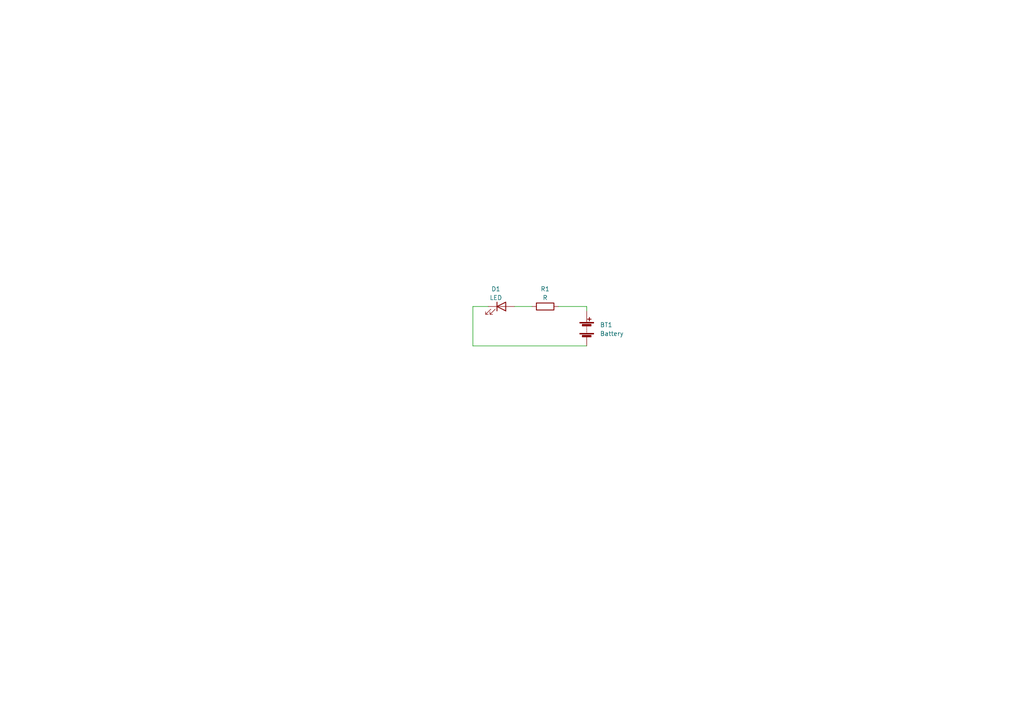
<source format=kicad_sch>
(kicad_sch (version 20230121) (generator eeschema)
  (paper "A4")
  (lib_symbols
    (symbol "Device:Battery" (pin_numbers hide) (pin_names (offset 0) hide)
      (property "Reference" "BT" (at 2.54 2.54 0))
      (property "Value" "Battery" (at 2.54 0 0))
      (symbol "Battery_0_1"
        (rectangle (start -2.032 -1.397) (end 2.032 -1.651) (fill (type outline)))
        (rectangle (start -2.032 1.778) (end 2.032 1.524) (fill (type outline)))
        (rectangle (start -1.3208 -1.9812) (end 1.27 -2.4892) (fill (type outline)))
        (rectangle (start -1.3208 1.1938) (end 1.27 0.6858) (fill (type outline)))
        (polyline (pts (xy 0 -1.524) (xy 0 -1.27)))
        (polyline (pts (xy 0 -1.016) (xy 0 -0.762)))
        (polyline (pts (xy 0 -0.508) (xy 0 -0.254)))
        (polyline (pts (xy 0 0) (xy 0 0.254)))
        (polyline (pts (xy 0 0.508) (xy 0 0.762)))
        (polyline (pts (xy 0 1.778) (xy 0 2.54)))
        (polyline (pts (xy 0.254 2.667) (xy 1.27 2.667)) (stroke (width 0.254)))
        (polyline (pts (xy 0.762 3.175) (xy 0.762 2.159)) (stroke (width 0.254)))
      )
      (symbol "Battery_1_1"
        (pin passive line (at 0 5.08 270) (length 2.54) (name "+") (number "1"))
        (pin passive line (at 0 -5.08 90) (length 2.54) (name "-") (number "2"))
      )
    )
    (symbol "Device:LED" (pin_numbers hide) (pin_names (offset 1.016) hide)
      (property "Reference" "D" (at 0 2.54 0))
      (property "Value" "LED" (at 0 -2.54 0))
      (symbol "LED_0_1"
        (polyline (pts (xy -1.27 -1.27) (xy -1.27 1.27)) (stroke (width 0.254)))
        (polyline (pts (xy -1.27 0) (xy 1.27 0)))
        (polyline (pts (xy 1.27 -1.27) (xy 1.27 1.27) (xy -1.27 0) (xy 1.27 -1.27)) (stroke (width 0.254)))
        (polyline (pts (xy -3.048 -0.762) (xy -4.572 -2.286) (xy -3.81 -2.286) (xy -4.572 -2.286) (xy -4.572 -1.524)))
        (polyline (pts (xy -1.778 -0.762) (xy -3.302 -2.286) (xy -2.54 -2.286) (xy -3.302 -2.286) (xy -3.302 -1.524)))
      )
      (symbol "LED_1_1"
        (pin passive line (at -3.81 0 0) (length 2.54) (name "K") (number "1"))
        (pin passive line (at 3.81 0 180) (length 2.54) (name "A") (number "2"))
      )
    )
    (symbol "Device:R" (pin_numbers hide) (pin_names (offset 0))
      (property "Reference" "R" (at 2.032 0 90))
      (property "Value" "R" (at 0 0 90))
      (symbol "R_0_1"
        (rectangle (start -1.016 -2.54) (end 1.016 2.54) (stroke (width 0.254)))
      )
      (symbol "R_1_1"
        (pin passive line (at 0 3.81 270) (length 1.27) (name "~") (number "1"))
        (pin passive line (at 0 -3.81 90) (length 1.27) (name "~") (number "2"))
      )
    )
  )
  (wire (pts (xy 170.18 88.9) (xy 161.925 88.9)))
  (wire (pts (xy 170.18 90.17) (xy 170.18 88.9)))
  (wire (pts (xy 137.16 100.33) (xy 137.16 88.9)))
  (wire (pts (xy 137.16 88.9) (xy 141.605 88.9)))
  (wire (pts (xy 170.18 100.33) (xy 137.16 100.33)))
  (wire (pts (xy 149.225 88.9) (xy 154.305 88.9)))
  (symbol (lib_id "Device:R") (at 158.115 88.9 90) (unit 1)
    (property "Reference" "R1" (at 158.115 83.82 90))
    (property "Value" "R" (at 158.115 86.36 90))
  )
  (symbol (lib_id "Device:LED") (at 145.415 88.9 0) (unit 1)
    (property "Reference" "D1" (at 143.8275 83.82 0))
    (property "Value" "LED" (at 143.8275 86.36 0))
  )
  (symbol (lib_id "Device:Battery") (at 170.18 95.25 0) (unit 1)
    (property "Reference" "BT1" (at 173.99 94.234 0) (effects (justify left)))
    (property "Value" "Battery" (at 173.99 96.774 0) (effects (justify left)))
  )
)
</source>
